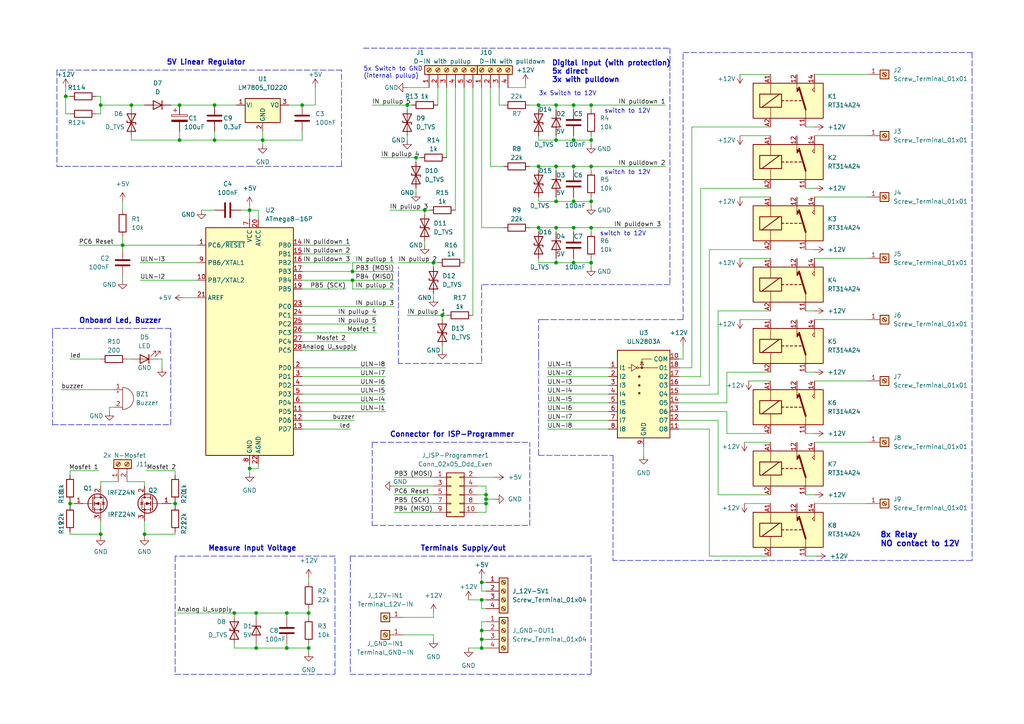
<source format=kicad_sch>
(kicad_sch (version 20211123) (generator eeschema)
  (paper "A4")
  (junction (at 166.37 30.48))
  (junction (at 102.235 78.74))
  (junction (at 166.37 40.64))
  (junction (at 139.7 173.99))
  (junction (at 76.2 40.64))
  (junction (at 139.7 182.88))
  (junction (at 171.45 30.48))
  (junction (at 171.45 58.42))
  (junction (at 161.29 76.2))
  (junction (at 171.45 76.2))
  (junction (at 87.63 30.48))
  (junction (at 118.11 30.48))
  (junction (at 128.27 91.44))
  (junction (at 83.185 187.96))
  (junction (at 41.91 154.94))
  (junction (at 89.535 187.96))
  (junction (at 156.21 48.26))
  (junction (at 166.37 58.42))
  (junction (at 140.97 146.05))
  (junction (at 20.32 146.05))
  (junction (at 74.295 177.8))
  (junction (at 161.29 40.64))
  (junction (at 50.8 146.05))
  (junction (at 29.21 30.48))
  (junction (at 161.29 48.26))
  (junction (at 161.29 30.48))
  (junction (at 120.65 45.72))
  (junction (at 83.185 177.8))
  (junction (at 171.45 66.04))
  (junction (at 19.05 27.94))
  (junction (at 62.23 30.48))
  (junction (at 139.7 185.42))
  (junction (at 67.945 177.8))
  (junction (at 156.21 30.48))
  (junction (at 171.45 48.26))
  (junction (at 156.21 66.04))
  (junction (at 139.7 187.96))
  (junction (at 161.29 58.42))
  (junction (at 74.295 187.96))
  (junction (at 125.73 76.2))
  (junction (at 166.37 66.04))
  (junction (at 52.07 40.64))
  (junction (at 89.535 177.8))
  (junction (at 171.45 40.64))
  (junction (at 161.29 66.04))
  (junction (at 38.1 30.48))
  (junction (at 62.23 40.64))
  (junction (at 140.97 143.51))
  (junction (at 72.39 135.89))
  (junction (at 52.07 30.48))
  (junction (at 139.7 168.91))
  (junction (at 102.235 81.28))
  (junction (at 166.37 48.26))
  (junction (at 166.37 76.2))
  (junction (at 140.97 144.78))
  (junction (at 35.56 71.12))
  (junction (at 123.19 60.96))
  (junction (at 72.39 60.96))
  (junction (at 29.21 154.94))
  (wire (pts (xy 156.21 48.26) (xy 161.29 48.26)))
  (wire (pts (xy 91.44 30.48) (xy 87.63 30.48)))
  (wire (pts (xy 89.535 177.8) (xy 89.535 179.07)))
  (wire (pts (xy 87.63 88.9) (xy 114.3 88.9)))
  (wire (pts (xy 233.68 36.83) (xy 236.22 36.83)))
  (wire (pts (xy 171.45 30.48) (xy 171.45 31.75)))
  (wire (pts (xy 38.1 39.37) (xy 38.1 40.64)))
  (wire (pts (xy 161.29 66.04) (xy 166.37 66.04)))
  (wire (pts (xy 166.37 66.04) (xy 171.45 66.04)))
  (wire (pts (xy 125.73 184.15) (xy 125.73 185.42)))
  (wire (pts (xy 123.19 62.23) (xy 123.19 60.96)))
  (wire (pts (xy 38.1 40.64) (xy 52.07 40.64)))
  (wire (pts (xy 40.64 81.28) (xy 57.15 81.28)))
  (wire (pts (xy 50.8 146.05) (xy 49.53 146.05)))
  (wire (pts (xy 58.42 60.96) (xy 62.23 60.96)))
  (wire (pts (xy 35.56 58.42) (xy 35.56 60.96)))
  (wire (pts (xy 50.8 154.305) (xy 50.8 154.94)))
  (polyline (pts (xy 115.57 105.41) (xy 115.57 77.47)))
  (wire (pts (xy 140.97 187.96) (xy 139.7 187.96)))
  (wire (pts (xy 139.7 171.45) (xy 139.7 168.91)))
  (wire (pts (xy 200.66 106.68) (xy 200.66 36.83)))
  (wire (pts (xy 214.63 74.93) (xy 223.52 74.93)))
  (wire (pts (xy 87.63 96.52) (xy 109.22 96.52)))
  (wire (pts (xy 171.45 48.26) (xy 171.45 49.53)))
  (wire (pts (xy 217.17 110.49) (xy 223.52 110.49)))
  (wire (pts (xy 161.29 58.42) (xy 166.37 58.42)))
  (wire (pts (xy 31.75 118.11) (xy 33.02 118.11)))
  (wire (pts (xy 140.97 140.97) (xy 140.97 143.51)))
  (wire (pts (xy 102.235 81.28) (xy 102.235 83.82)))
  (wire (pts (xy 140.97 144.78) (xy 140.97 143.51)))
  (wire (pts (xy 214.63 39.37) (xy 223.52 39.37)))
  (wire (pts (xy 158.75 114.3) (xy 176.53 114.3)))
  (wire (pts (xy 236.22 110.49) (xy 251.46 110.49)))
  (wire (pts (xy 87.63 83.82) (xy 100.33 83.82)))
  (wire (pts (xy 233.68 90.17) (xy 236.22 90.17)))
  (wire (pts (xy 62.23 40.64) (xy 76.2 40.64)))
  (wire (pts (xy 205.74 161.29) (xy 223.52 161.29)))
  (polyline (pts (xy 156.21 102.87) (xy 156.21 132.08)))
  (wire (pts (xy 45.72 104.14) (xy 46.99 104.14)))
  (wire (pts (xy 203.2 54.61) (xy 223.52 54.61)))
  (wire (pts (xy 166.37 66.04) (xy 166.37 67.31)))
  (wire (pts (xy 161.29 40.64) (xy 166.37 40.64)))
  (wire (pts (xy 35.56 80.01) (xy 35.56 81.28)))
  (polyline (pts (xy 198.12 15.24) (xy 281.94 15.24)))
  (wire (pts (xy 140.97 146.05) (xy 140.97 144.78)))
  (wire (pts (xy 236.22 74.93) (xy 251.46 74.93)))
  (wire (pts (xy 74.295 186.69) (xy 74.295 187.96)))
  (wire (pts (xy 142.24 48.26) (xy 146.05 48.26)))
  (wire (pts (xy 214.63 57.15) (xy 223.52 57.15)))
  (wire (pts (xy 114.3 138.43) (xy 125.73 138.43)))
  (wire (pts (xy 120.65 46.99) (xy 120.65 45.72)))
  (wire (pts (xy 20.32 154.305) (xy 20.32 154.94)))
  (wire (pts (xy 29.21 33.02) (xy 29.21 30.48)))
  (wire (pts (xy 120.65 54.61) (xy 120.65 55.88)))
  (wire (pts (xy 156.21 30.48) (xy 156.21 31.75)))
  (wire (pts (xy 161.29 76.2) (xy 166.37 76.2)))
  (wire (pts (xy 139.7 185.42) (xy 140.97 185.42)))
  (wire (pts (xy 27.94 33.02) (xy 29.21 33.02)))
  (wire (pts (xy 140.97 148.59) (xy 140.97 146.05)))
  (wire (pts (xy 52.07 30.48) (xy 62.23 30.48)))
  (wire (pts (xy 186.69 129.54) (xy 186.69 132.08)))
  (wire (pts (xy 156.21 76.2) (xy 161.29 76.2)))
  (wire (pts (xy 140.97 144.78) (xy 143.51 144.78)))
  (wire (pts (xy 166.37 58.42) (xy 171.45 58.42)))
  (wire (pts (xy 29.21 151.13) (xy 29.21 154.94)))
  (wire (pts (xy 87.63 114.3) (xy 111.76 114.3)))
  (wire (pts (xy 74.93 63.5) (xy 74.93 60.96)))
  (wire (pts (xy 196.85 106.68) (xy 200.66 106.68)))
  (wire (pts (xy 153.67 48.26) (xy 156.21 48.26)))
  (wire (pts (xy 87.63 38.1) (xy 87.63 40.64)))
  (polyline (pts (xy 156.21 92.71) (xy 157.48 92.71)))
  (wire (pts (xy 138.43 146.05) (xy 140.97 146.05)))
  (wire (pts (xy 52.07 38.1) (xy 52.07 40.64)))
  (polyline (pts (xy 281.94 162.56) (xy 177.8 162.56)))
  (polyline (pts (xy 97.155 195.58) (xy 97.155 161.29)))
  (wire (pts (xy 41.91 151.13) (xy 41.91 154.94)))
  (wire (pts (xy 138.43 140.97) (xy 140.97 140.97)))
  (wire (pts (xy 19.05 27.94) (xy 20.32 27.94)))
  (wire (pts (xy 161.29 58.42) (xy 161.29 57.15)))
  (wire (pts (xy 139.7 173.99) (xy 135.89 173.99)))
  (polyline (pts (xy 194.31 13.97) (xy 194.31 16.51)))
  (polyline (pts (xy 16.51 48.26) (xy 72.39 48.26)))
  (wire (pts (xy 166.37 76.2) (xy 166.37 74.93)))
  (wire (pts (xy 76.2 40.64) (xy 87.63 40.64)))
  (wire (pts (xy 102.235 81.28) (xy 114.3 81.28)))
  (wire (pts (xy 51.435 177.8) (xy 67.945 177.8)))
  (wire (pts (xy 53.34 86.36) (xy 57.15 86.36)))
  (wire (pts (xy 87.63 111.76) (xy 111.76 111.76)))
  (wire (pts (xy 67.945 187.96) (xy 74.295 187.96)))
  (polyline (pts (xy 15.24 95.25) (xy 15.24 96.52)))
  (wire (pts (xy 118.11 30.48) (xy 119.38 30.48)))
  (polyline (pts (xy 281.94 15.24) (xy 281.94 20.32)))
  (wire (pts (xy 161.29 66.04) (xy 161.29 67.31)))
  (wire (pts (xy 107.95 30.48) (xy 118.11 30.48)))
  (wire (pts (xy 29.21 140.97) (xy 29.21 139.7)))
  (wire (pts (xy 144.78 25.4) (xy 144.78 30.48)))
  (wire (pts (xy 50.8 154.94) (xy 41.91 154.94)))
  (wire (pts (xy 215.9 128.27) (xy 223.52 128.27)))
  (wire (pts (xy 208.28 143.51) (xy 223.52 143.51)))
  (polyline (pts (xy 15.24 123.19) (xy 49.53 123.19)))
  (wire (pts (xy 156.21 74.93) (xy 156.21 76.2)))
  (wire (pts (xy 87.63 71.12) (xy 101.6 71.12)))
  (wire (pts (xy 166.37 76.2) (xy 171.45 76.2)))
  (wire (pts (xy 158.75 111.76) (xy 176.53 111.76)))
  (wire (pts (xy 102.235 76.2) (xy 102.235 78.74)))
  (wire (pts (xy 205.74 111.76) (xy 205.74 72.39)))
  (wire (pts (xy 158.75 124.46) (xy 176.53 124.46)))
  (wire (pts (xy 138.43 148.59) (xy 140.97 148.59)))
  (wire (pts (xy 171.45 48.26) (xy 193.04 48.26)))
  (wire (pts (xy 87.63 81.28) (xy 102.235 81.28)))
  (wire (pts (xy 139.7 185.42) (xy 139.7 182.88)))
  (wire (pts (xy 125.73 77.47) (xy 125.73 76.2)))
  (wire (pts (xy 67.945 177.8) (xy 74.295 177.8)))
  (wire (pts (xy 125.73 76.2) (xy 127 76.2)))
  (wire (pts (xy 196.85 109.22) (xy 203.2 109.22)))
  (polyline (pts (xy 153.67 152.4) (xy 153.67 128.27)))
  (wire (pts (xy 46.99 104.14) (xy 46.99 106.68)))
  (wire (pts (xy 171.45 66.04) (xy 191.77 66.04)))
  (wire (pts (xy 87.63 76.2) (xy 101.6 76.2)))
  (wire (pts (xy 138.43 138.43) (xy 143.51 138.43)))
  (wire (pts (xy 214.63 21.59) (xy 223.52 21.59)))
  (wire (pts (xy 20.32 104.14) (xy 29.21 104.14)))
  (wire (pts (xy 87.63 78.74) (xy 102.235 78.74)))
  (wire (pts (xy 20.32 145.415) (xy 20.32 146.05)))
  (wire (pts (xy 91.44 25.4) (xy 91.44 30.48)))
  (wire (pts (xy 208.28 90.17) (xy 208.28 114.3)))
  (wire (pts (xy 158.75 109.22) (xy 176.53 109.22)))
  (wire (pts (xy 62.23 38.1) (xy 62.23 40.64)))
  (wire (pts (xy 171.45 30.48) (xy 193.04 30.48)))
  (wire (pts (xy 166.37 40.64) (xy 166.37 39.37)))
  (wire (pts (xy 102.235 78.74) (xy 114.3 78.74)))
  (wire (pts (xy 161.29 30.48) (xy 166.37 30.48)))
  (wire (pts (xy 214.63 92.71) (xy 223.52 92.71)))
  (wire (pts (xy 198.12 100.33) (xy 198.12 104.14)))
  (wire (pts (xy 110.49 45.72) (xy 120.65 45.72)))
  (wire (pts (xy 139.7 180.34) (xy 139.7 182.88)))
  (polyline (pts (xy 107.95 152.4) (xy 153.67 152.4)))
  (polyline (pts (xy 105.41 13.97) (xy 194.31 13.97)))
  (wire (pts (xy 236.22 128.27) (xy 251.46 128.27)))
  (wire (pts (xy 72.39 60.96) (xy 72.39 63.5)))
  (wire (pts (xy 233.68 125.73) (xy 236.22 125.73)))
  (polyline (pts (xy 107.95 128.27) (xy 107.95 152.4)))
  (wire (pts (xy 29.21 154.94) (xy 29.21 155.575)))
  (wire (pts (xy 138.43 143.51) (xy 140.97 143.51)))
  (wire (pts (xy 139.7 168.91) (xy 140.97 168.91)))
  (wire (pts (xy 35.56 71.12) (xy 57.15 71.12)))
  (wire (pts (xy 158.75 106.68) (xy 176.53 106.68)))
  (polyline (pts (xy 101.6 161.29) (xy 171.45 161.29)))
  (wire (pts (xy 114.3 140.97) (xy 125.73 140.97)))
  (wire (pts (xy 67.945 186.69) (xy 67.945 187.96)))
  (wire (pts (xy 89.535 187.96) (xy 89.535 189.23)))
  (wire (pts (xy 236.22 57.15) (xy 251.46 57.15)))
  (wire (pts (xy 42.545 136.525) (xy 50.8 136.525)))
  (wire (pts (xy 152.4 25.4) (xy 147.32 25.4)))
  (wire (pts (xy 166.37 40.64) (xy 171.45 40.64)))
  (polyline (pts (xy 157.48 92.71) (xy 198.12 92.71)))
  (polyline (pts (xy 194.31 82.55) (xy 139.7 82.55)))
  (wire (pts (xy 153.67 30.48) (xy 156.21 30.48)))
  (wire (pts (xy 135.89 187.96) (xy 139.7 187.96)))
  (polyline (pts (xy 99.06 20.32) (xy 16.51 20.32)))
  (wire (pts (xy 89.535 186.69) (xy 89.535 187.96)))
  (wire (pts (xy 50.8 136.525) (xy 50.8 137.795)))
  (polyline (pts (xy 139.7 82.55) (xy 139.7 105.41)))
  (wire (pts (xy 74.93 134.62) (xy 74.93 135.89)))
  (polyline (pts (xy 101.6 161.29) (xy 101.6 195.58)))
  (wire (pts (xy 50.8 146.05) (xy 50.8 146.685)))
  (polyline (pts (xy 156.21 132.08) (xy 177.8 132.08)))
  (wire (pts (xy 139.7 173.99) (xy 140.97 173.99)))
  (wire (pts (xy 156.21 30.48) (xy 161.29 30.48)))
  (wire (pts (xy 196.85 124.46) (xy 205.74 124.46)))
  (wire (pts (xy 115.57 76.2) (xy 125.73 76.2)))
  (polyline (pts (xy 50.8 161.29) (xy 50.8 195.58)))
  (wire (pts (xy 87.63 93.98) (xy 109.22 93.98)))
  (wire (pts (xy 89.535 167.64) (xy 89.535 168.91)))
  (wire (pts (xy 83.185 187.96) (xy 89.535 187.96)))
  (polyline (pts (xy 89.535 195.58) (xy 97.155 195.58)))
  (wire (pts (xy 87.63 73.66) (xy 101.6 73.66)))
  (wire (pts (xy 49.53 30.48) (xy 52.07 30.48)))
  (wire (pts (xy 171.45 41.91) (xy 171.45 40.64)))
  (polyline (pts (xy 15.24 96.52) (xy 15.24 123.19)))
  (wire (pts (xy 20.32 154.94) (xy 29.21 154.94)))
  (wire (pts (xy 196.85 114.3) (xy 208.28 114.3)))
  (wire (pts (xy 233.68 107.95) (xy 236.22 107.95)))
  (wire (pts (xy 171.45 77.47) (xy 171.45 76.2)))
  (wire (pts (xy 123.19 69.85) (xy 123.19 71.12)))
  (polyline (pts (xy 171.45 195.58) (xy 171.45 161.29)))
  (wire (pts (xy 156.21 40.64) (xy 161.29 40.64)))
  (wire (pts (xy 35.56 68.58) (xy 35.56 71.12)))
  (wire (pts (xy 161.29 48.26) (xy 161.29 49.53)))
  (wire (pts (xy 67.945 177.8) (xy 67.945 179.07)))
  (wire (pts (xy 69.85 60.96) (xy 72.39 60.96)))
  (wire (pts (xy 62.23 30.48) (xy 68.58 30.48)))
  (wire (pts (xy 87.63 121.92) (xy 102.87 121.92)))
  (wire (pts (xy 40.64 76.2) (xy 57.15 76.2)))
  (wire (pts (xy 200.66 36.83) (xy 223.52 36.83)))
  (wire (pts (xy 210.82 125.73) (xy 223.52 125.73)))
  (wire (pts (xy 210.82 116.84) (xy 210.82 107.95)))
  (wire (pts (xy 196.85 121.92) (xy 208.28 121.92)))
  (wire (pts (xy 139.7 25.4) (xy 139.7 66.04)))
  (wire (pts (xy 166.37 48.26) (xy 166.37 49.53)))
  (wire (pts (xy 134.62 25.4) (xy 134.62 76.2)))
  (wire (pts (xy 161.29 30.48) (xy 161.29 31.75)))
  (wire (pts (xy 156.21 57.15) (xy 156.21 58.42)))
  (wire (pts (xy 87.63 91.44) (xy 109.22 91.44)))
  (wire (pts (xy 41.91 140.97) (xy 41.91 139.7)))
  (wire (pts (xy 118.11 39.37) (xy 118.11 40.64)))
  (wire (pts (xy 171.45 58.42) (xy 171.45 57.15)))
  (wire (pts (xy 128.27 91.44) (xy 129.54 91.44)))
  (wire (pts (xy 139.7 187.96) (xy 139.7 185.42)))
  (wire (pts (xy 19.05 27.94) (xy 19.05 33.02)))
  (wire (pts (xy 17.78 113.03) (xy 33.02 113.03)))
  (wire (pts (xy 87.63 109.22) (xy 111.76 109.22)))
  (wire (pts (xy 142.24 25.4) (xy 142.24 48.26)))
  (polyline (pts (xy 50.8 195.58) (xy 89.535 195.58)))
  (wire (pts (xy 72.39 59.69) (xy 72.39 60.96)))
  (wire (pts (xy 74.93 60.96) (xy 72.39 60.96)))
  (wire (pts (xy 171.45 59.69) (xy 171.45 58.42)))
  (wire (pts (xy 20.32 33.02) (xy 19.05 33.02)))
  (polyline (pts (xy 101.6 195.58) (xy 171.45 195.58)))
  (wire (pts (xy 113.03 60.96) (xy 123.19 60.96)))
  (wire (pts (xy 137.16 25.4) (xy 137.16 91.44)))
  (wire (pts (xy 19.05 25.4) (xy 19.05 27.94)))
  (wire (pts (xy 166.37 30.48) (xy 171.45 30.48)))
  (wire (pts (xy 102.235 83.82) (xy 114.3 83.82)))
  (polyline (pts (xy 72.39 48.26) (xy 99.06 48.26)))
  (wire (pts (xy 129.54 25.4) (xy 129.54 45.72)))
  (wire (pts (xy 74.295 187.96) (xy 83.185 187.96)))
  (wire (pts (xy 171.45 66.04) (xy 171.45 67.31)))
  (wire (pts (xy 139.7 66.04) (xy 146.05 66.04)))
  (wire (pts (xy 20.32 146.05) (xy 20.32 146.685)))
  (wire (pts (xy 83.82 30.48) (xy 87.63 30.48)))
  (wire (pts (xy 20.32 136.525) (xy 20.32 137.795)))
  (wire (pts (xy 205.74 72.39) (xy 223.52 72.39)))
  (wire (pts (xy 208.28 90.17) (xy 223.52 90.17)))
  (polyline (pts (xy 156.21 102.87) (xy 156.21 92.71)))
  (wire (pts (xy 156.21 40.64) (xy 156.21 39.37)))
  (wire (pts (xy 76.2 38.1) (xy 76.2 40.64)))
  (wire (pts (xy 171.45 40.64) (xy 171.45 39.37)))
  (wire (pts (xy 144.78 30.48) (xy 146.05 30.48)))
  (wire (pts (xy 123.19 60.96) (xy 124.46 60.96)))
  (wire (pts (xy 76.2 40.64) (xy 76.2 41.91)))
  (wire (pts (xy 152.4 24.13) (xy 152.4 25.4)))
  (wire (pts (xy 128.27 100.33) (xy 128.27 101.6)))
  (wire (pts (xy 38.1 30.48) (xy 41.91 30.48)))
  (wire (pts (xy 156.21 48.26) (xy 156.21 49.53)))
  (wire (pts (xy 132.08 25.4) (xy 132.08 60.96)))
  (wire (pts (xy 236.22 146.05) (xy 251.46 146.05)))
  (wire (pts (xy 139.7 167.64) (xy 139.7 168.91)))
  (polyline (pts (xy 139.7 105.41) (xy 115.57 105.41)))
  (wire (pts (xy 114.3 146.05) (xy 125.73 146.05)))
  (wire (pts (xy 74.295 177.8) (xy 83.185 177.8)))
  (wire (pts (xy 87.63 101.6) (xy 103.505 101.6)))
  (wire (pts (xy 41.91 139.7) (xy 36.83 139.7)))
  (wire (pts (xy 140.97 171.45) (xy 139.7 171.45)))
  (wire (pts (xy 83.185 177.8) (xy 89.535 177.8)))
  (wire (pts (xy 72.39 134.62) (xy 72.39 135.89)))
  (wire (pts (xy 20.32 146.05) (xy 21.59 146.05)))
  (wire (pts (xy 52.07 40.64) (xy 62.23 40.64)))
  (wire (pts (xy 233.68 161.29) (xy 236.855 161.29)))
  (wire (pts (xy 236.22 21.59) (xy 251.46 21.59)))
  (wire (pts (xy 72.39 135.89) (xy 72.39 137.16)))
  (wire (pts (xy 210.82 119.38) (xy 210.82 125.73)))
  (wire (pts (xy 118.11 91.44) (xy 128.27 91.44)))
  (wire (pts (xy 83.185 177.8) (xy 83.185 179.07)))
  (wire (pts (xy 208.28 121.92) (xy 208.28 143.51)))
  (wire (pts (xy 233.68 54.61) (xy 236.22 54.61)))
  (wire (pts (xy 161.29 76.2) (xy 161.29 74.93)))
  (wire (pts (xy 27.94 27.94) (xy 29.21 27.94)))
  (wire (pts (xy 161.29 40.64) (xy 161.29 39.37)))
  (wire (pts (xy 87.63 106.68) (xy 111.76 106.68)))
  (wire (pts (xy 233.68 143.51) (xy 236.22 143.51)))
  (wire (pts (xy 236.22 92.71) (xy 251.46 92.71)))
  (wire (pts (xy 196.85 116.84) (xy 210.82 116.84)))
  (polyline (pts (xy 198.12 92.71) (xy 198.12 15.24)))
  (wire (pts (xy 128.27 92.71) (xy 128.27 91.44)))
  (wire (pts (xy 233.68 72.39) (xy 236.22 72.39)))
  (wire (pts (xy 171.45 76.2) (xy 171.45 74.93)))
  (wire (pts (xy 140.97 180.34) (xy 139.7 180.34)))
  (wire (pts (xy 198.12 104.14) (xy 196.85 104.14)))
  (wire (pts (xy 196.85 111.76) (xy 205.74 111.76)))
  (wire (pts (xy 118.11 31.75) (xy 118.11 30.48)))
  (wire (pts (xy 156.21 66.04) (xy 161.29 66.04)))
  (wire (pts (xy 29.21 30.48) (xy 38.1 30.48)))
  (wire (pts (xy 166.37 48.26) (xy 171.45 48.26)))
  (wire (pts (xy 125.73 85.09) (xy 125.73 86.36)))
  (wire (pts (xy 28.575 136.525) (xy 20.32 136.525)))
  (wire (pts (xy 125.73 179.07) (xy 125.73 177.8)))
  (wire (pts (xy 22.86 71.12) (xy 35.56 71.12)))
  (wire (pts (xy 31.75 119.38) (xy 31.75 118.11)))
  (polyline (pts (xy 107.95 128.27) (xy 153.67 128.27)))
  (wire (pts (xy 74.295 177.8) (xy 74.295 179.07)))
  (wire (pts (xy 161.29 48.26) (xy 166.37 48.26)))
  (polyline (pts (xy 99.06 48.26) (xy 99.06 20.32)))
  (wire (pts (xy 140.97 176.53) (xy 139.7 176.53)))
  (wire (pts (xy 153.67 66.04) (xy 156.21 66.04)))
  (wire (pts (xy 35.56 71.12) (xy 35.56 72.39)))
  (wire (pts (xy 38.1 30.48) (xy 38.1 31.75)))
  (wire (pts (xy 158.75 116.84) (xy 176.53 116.84)))
  (wire (pts (xy 50.8 145.415) (xy 50.8 146.05)))
  (wire (pts (xy 158.75 119.38) (xy 176.53 119.38)))
  (wire (pts (xy 83.185 186.69) (xy 83.185 187.96)))
  (wire (pts (xy 203.2 109.22) (xy 203.2 54.61)))
  (wire (pts (xy 114.3 148.59) (xy 125.73 148.59)))
  (wire (pts (xy 87.63 99.06) (xy 100.33 99.06)))
  (polyline (pts (xy 177.8 132.08) (xy 177.8 162.56)))
  (wire (pts (xy 127 25.4) (xy 127 30.48)))
  (polyline (pts (xy 16.51 20.32) (xy 16.51 48.26)))
  (wire (pts (xy 87.63 119.38) (xy 111.76 119.38)))
  (wire (pts (xy 87.63 124.46) (xy 101.6 124.46)))
  (wire (pts (xy 116.84 179.07) (xy 125.73 179.07)))
  (wire (pts (xy 205.74 124.46) (xy 205.74 161.29)))
  (wire (pts (xy 156.21 66.04) (xy 156.21 67.31)))
  (polyline (pts (xy 97.155 161.29) (xy 50.8 161.29)))
  (wire (pts (xy 236.22 39.37) (xy 251.46 39.37)))
  (wire (pts (xy 116.84 184.15) (xy 125.73 184.15)))
  (wire (pts (xy 139.7 176.53) (xy 139.7 173.99)))
  (wire (pts (xy 120.65 45.72) (xy 121.92 45.72)))
  (wire (pts (xy 156.21 58.42) (xy 161.29 58.42)))
  (wire (pts (xy 166.37 58.42) (xy 166.37 57.15)))
  (polyline (pts (xy 49.53 95.25) (xy 15.24 95.25)))
  (wire (pts (xy 114.3 76.2) (xy 102.235 76.2)))
  (wire (pts (xy 215.9 146.05) (xy 223.52 146.05)))
  (wire (pts (xy 118.11 25.4) (xy 124.46 25.4)))
  (wire (pts (xy 87.63 116.84) (xy 111.76 116.84)))
  (wire (pts (xy 41.91 154.94) (xy 41.91 155.575)))
  (wire (pts (xy 114.3 143.51) (xy 125.73 143.51)))
  (wire (pts (xy 36.83 104.14) (xy 38.1 104.14)))
  (wire (pts (xy 29.21 139.7) (xy 34.29 139.7)))
  (wire (pts (xy 196.85 119.38) (xy 210.82 119.38)))
  (polyline (pts (xy 281.94 20.32) (xy 281.94 162.56)))
  (wire (pts (xy 89.535 176.53) (xy 89.535 177.8)))
  (wire (pts (xy 210.82 107.95) (xy 223.52 107.95)))
  (polyline (pts (xy 49.53 123.19) (xy 49.53 95.25)))
  (wire (pts (xy 139.7 182.88) (xy 140.97 182.88)))
  (wire (pts (xy 166.37 30.48) (xy 166.37 31.75)))
  (wire (pts (xy 74.93 135.89) (xy 72.39 135.89)))
  (wire (pts (xy 29.21 27.94) (xy 29.21 30.48)))
  (wire (pts (xy 158.75 121.92) (xy 176.53 121.92)))
  (polyline (pts (xy 194.31 16.51) (xy 194.31 82.55)))
  (text "switch to 12V" (at 175.26 50.8 0) (effects (font (size 1.27 1.27)) (justify left bottom)))
  (text "Measure Input Voltage" (at 60.325 160.02 0) (effects (font (size 1.5 1.5) bold) (justify left bottom)))
  (text "switch to 12V" (at 175.26 33.02 0) (effects (font (size 1.27 1.27)) (justify left bottom)))
  (text "5x Switch to GND\n(internal pullup)\n" (at 105.41 22.86 0) (effects (font (size 1.27 1.27)) (justify left bottom)))
  (text "Onboard Led, Buzzer" (at 22.86 93.98 0) (effects (font (size 1.5 1.5) (thickness 0.3) bold) (justify left bottom)))
  (text "Terminals Supply/out" (at 121.92 160.02 0) (effects (font (size 1.5 1.5) (thickness 0.3) bold) (justify left bottom)))
  (text "Digital Input (with protection)\n5x direct\n3x with pulldown" (at 160.02 24.13 0) (effects (font (size 1.5 1.5) bold) (justify left bottom)))
  (text "switch to 12V" (at 173.99 68.58 0) (effects (font (size 1.27 1.27)) (justify left bottom)))
  (text "8x Relay\nNO contact to 12V" (at 255.27 158.75 0) (effects (font (size 1.6 1.6) bold) (justify left bottom)))
  (text "5V Linear Regulator" (at 48.26 19.05 0) (effects (font (size 1.5 1.5) bold) (justify left bottom)))
  (text "3x Switch to 12V" (at 156.21 27.94 0) (effects (font (size 1.27 1.27)) (justify left bottom)))
  (text "Connector for ISP-Programmer" (at 113.03 127 0) (effects (font (size 1.5 1.5) (thickness 0.3) bold) (justify left bottom)))
  (label "ULN-I7" (at 158.75 121.92 0))
  (label "PB3 (MOSI)" (at 114.3 78.74 180))
  (label "PC6 Reset" (at 22.86 71.12 0))
  (label "Mosfet 1" (at 28.575 136.525 180))
  (label "IN pullup 2" (at 114.3 83.82 180))
  (label "Mosfet 1" (at 109.22 96.52 180))
  (label "PB4 (MISO)" (at 114.3 148.59 0))
  (label "ULN-I6" (at 158.75 119.38 0))
  (label "IN pullup 5" (at 109.22 93.98 180))
  (label "IN pullup 4" (at 110.49 45.72 0))
  (label "ULN-I6" (at 111.76 111.76 180))
  (label "PB4 (MISO)" (at 114.3 81.28 180))
  (label "PB5 (SCK)" (at 114.3 146.05 0))
  (label "IN pulldown 3" (at 191.77 66.04 180))
  (label "IN pullup 1" (at 114.3 76.2 180))
  (label "ULN-I7" (at 111.76 109.22 180))
  (label "led" (at 20.32 104.14 0))
  (label "ULN-I5" (at 158.75 116.84 0))
  (label "IN pullup 3" (at 114.3 88.9 180))
  (label "ULN-I1" (at 111.76 119.38 180))
  (label "Analog U_supply" (at 103.505 101.6 180))
  (label "IN pulldown 2" (at 193.04 48.26 180))
  (label "ULN-I1" (at 158.75 106.68 0))
  (label "led" (at 101.6 124.46 180))
  (label "ULN-I2" (at 40.64 81.28 0))
  (label "IN pulldown 1" (at 193.04 30.48 180))
  (label "IN pullup 1" (at 118.11 91.44 0))
  (label "Mosfet 2" (at 42.545 136.525 0))
  (label "PC6 Reset" (at 114.3 143.51 0))
  (label "Analog U_supply" (at 51.435 177.8 0))
  (label "IN pullup 3" (at 113.03 60.96 0))
  (label "IN pullup 5" (at 107.95 30.48 0))
  (label "ULN-I3" (at 40.64 76.2 0))
  (label "PB5 (SCK)" (at 100.33 83.82 180))
  (label "IN pullup 4" (at 109.22 91.44 180))
  (label "buzzer" (at 17.78 113.03 0))
  (label "Mosfet 2" (at 100.33 99.06 180))
  (label "buzzer" (at 102.87 121.92 180))
  (label "ULN-I8" (at 111.76 106.68 180))
  (label "PB3 (MOSI)" (at 114.3 138.43 0))
  (label "IN pulldown 1" (at 101.6 71.12 180))
  (label "ULN-I5" (at 111.76 114.3 180))
  (label "ULN-I3" (at 158.75 111.76 0))
  (label "ULN-I2" (at 158.75 109.22 0))
  (label "IN pulldown 3" (at 101.6 76.2 180))
  (label "IN pullup 2" (at 115.57 76.2 0))
  (label "ULN-I4" (at 111.76 116.84 180))
  (label "ULN-I8" (at 158.75 124.46 0))
  (label "IN pulldown 2" (at 101.6 73.66 180))
  (label "ULN-I4" (at 158.75 114.3 0))
  (symbol (lib_id "power:GND") (at 118.11 25.4 270) (unit 1)
    (property "Reference" "#PWR0147" (effects hide))
    (property "Value" "GND" (at 115.57 25.4 90) (effects (justify right)))
  )
  (symbol (lib_id "Device:D_TVS") (at 38.1 35.56 270) (unit 1)
    (property "Reference" "D6" (at 33.02 33.02 90) (effects (justify left)))
    (property "Value" "D_TVS" (at 30.48 36.83 90) (effects (justify left)))
    (property "Footprint" "custom_footprints:my_D10_11" (effects hide))
  )
  (symbol (lib_id "power:GND") (at 31.75 119.38 0) (unit 1)
    (property "Reference" "#PWR0132" (effects hide))
    (property "Value" "GND" (at 27.94 120.65 0))
  )
  (symbol (lib_id "Connector:Screw_Terminal_01x01") (at 256.54 57.15 0) (unit 1)
    (property "Reference" "J4" (at 259.08 55.8799 0) (effects (justify left)))
    (property "Value" "Screw_Terminal_01x01" (at 259.08 58.4199 0) (effects (justify left)))
    (property "Footprint" "custom_footprints:my_KlemmeWago2604-single" (effects hide))
  )
  (symbol (lib_id "Device:R") (at 35.56 64.77 0) (mirror y) (unit 1)
    (property "Reference" "R1" (at 38.1 63.4999 0) (effects (justify right)))
    (property "Value" "10k" (at 38.1 66.0399 0) (effects (justify right)))
    (property "Footprint" "custom_footprints:my_R15-long" (effects hide))
  )
  (symbol (lib_id "power:+5V") (at 143.51 138.43 270) (unit 1)
    (property "Reference" "#PWR0122" (effects hide))
    (property "Value" "+5V" (at 147.32 138.4299 90) (effects (justify left)))
  )
  (symbol (lib_id "Transistor_FET:IRF540N") (at 44.45 146.05 0) (mirror y) (unit 1)
    (property "Reference" "Q2" (at 45.72 142.24 0) (effects (justify left)))
    (property "Value" "IRFZ24N" (at 39.37 149.225 0) (effects (justify left)))
    (property "Footprint" "Package_TO_SOT_THT:TO-220-3_Vertical" (effects hide))
    (property "Datasheet" "http://www.irf.com/product-info/datasheets/data/irf540n.pdf" (effects hide))
  )
  (symbol (lib_id "Device:D_Zener") (at 161.29 35.56 270) (unit 1)
    (property "Reference" "D2" (at 161.29 33.02 90) (effects (justify left)))
    (property "Value" "5V" (at 161.29 38.1 90) (effects (justify left)))
    (property "Footprint" "custom_footprints:my_D10_11" (effects hide))
  )
  (symbol (lib_id "power:+12V") (at 214.63 74.93 0) (mirror x) (unit 1)
    (property "Reference" "#PWR0108" (effects hide))
    (property "Value" "+12V" (at 213.36 76.2 0) (effects (justify right)))
  )
  (symbol (lib_id "power:GND") (at 128.27 101.6 0) (mirror y) (unit 1)
    (property "Reference" "#PWR0145" (effects hide))
    (property "Value" "GND" (at 125.73 101.6 0))
  )
  (symbol (lib_id "power:+12V") (at 152.4 24.13 0) (unit 1)
    (property "Reference" "#PWR0148" (effects hide))
    (property "Value" "+12V" (at 152.4 20.32 0))
  )
  (symbol (lib_id "Connector:Screw_Terminal_01x01") (at 256.54 128.27 0) (unit 1)
    (property "Reference" "J8" (at 259.08 126.9999 0) (effects (justify left)))
    (property "Value" "Screw_Terminal_01x01" (at 259.08 129.5399 0) (effects (justify left)))
    (property "Footprint" "custom_footprints:my_KlemmeWago2604-single" (effects hide))
  )
  (symbol (lib_id "Connector:Screw_Terminal_01x04") (at 146.05 182.88 0) (unit 1)
    (property "Reference" "J_GND-OUT1" (at 148.59 182.8799 0) (effects (justify left)))
    (property "Value" "Screw_Terminal_01x04" (at 148.59 185.4199 0) (effects (justify left)))
    (property "Footprint" "TerminalBlock_WAGO:TerminalBlock_WAGO_236-404_1x04_P5.00mm_45Degree" (effects hide))
  )
  (symbol (lib_id "Device:LED") (at 41.91 104.14 180) (unit 1)
    (property "Reference" "D5" (at 41.91 97.79 0))
    (property "Value" "LED" (at 41.91 100.33 0))
    (property "Footprint" "LED_THT:LED_D3.0mm" (effects hide))
  )
  (symbol (lib_id "Device:R") (at 149.86 66.04 90) (unit 1)
    (property "Reference" "R9" (at 149.86 60.96 90))
    (property "Value" "22k" (at 149.86 63.5 90))
    (property "Footprint" "custom_footprints:my_R10" (effects hide))
  )
  (symbol (lib_id "Device:D_TVS") (at 123.19 66.04 90) (unit 1)
    (property "Reference" "D11" (at 125.73 64.7699 90) (effects (justify right)))
    (property "Value" "D_TVS" (at 125.73 67.3099 90) (effects (justify right)))
    (property "Footprint" "custom_footprints:my_D10_11" (effects hide))
  )
  (symbol (lib_id "power:GND") (at 171.45 77.47 0) (mirror y) (unit 1)
    (property "Reference" "#PWR0115" (effects hide))
    (property "Value" "GND" (at 175.26 78.74 0))
  )
  (symbol (lib_id "Device:R") (at 149.86 48.26 90) (unit 1)
    (property "Reference" "R8" (at 149.86 43.18 90))
    (property "Value" "22k" (at 149.86 45.72 90))
    (property "Footprint" "custom_footprints:my_R10" (effects hide))
  )
  (symbol (lib_id "power:+12V") (at 236.22 54.61 270) (unit 1)
    (property "Reference" "#PWR0118" (effects hide))
    (property "Value" "+12V" (at 240.03 54.6099 90) (effects (justify left)))
  )
  (symbol (lib_id "power:GND") (at 123.19 71.12 0) (mirror y) (unit 1)
    (property "Reference" "#PWR0128" (effects hide))
    (property "Value" "GND" (at 120.65 71.12 0))
  )
  (symbol (lib_id "Transistor_FET:IRF540N") (at 26.67 146.05 0) (unit 1)
    (property "Reference" "Q1" (at 24.13 141.605 0) (effects (justify left)))
    (property "Value" "IRFZ24N" (at 31.115 142.875 0) (effects (justify left)))
    (property "Footprint" "Package_TO_SOT_THT:TO-220-3_Vertical" (effects hide))
    (property "Datasheet" "http://www.irf.com/product-info/datasheets/data/irf540n.pdf" (effects hide))
  )
  (symbol (lib_id "Relay:RT314A24") (at 228.6 46.99 0) (unit 1)
    (property "Reference" "K2" (at 240.03 45.7199 0) (effects (justify left)))
    (property "Value" "RT314A24" (at 240.03 48.2599 0) (effects (justify left)))
    (property "Footprint" "Relay_THT:Relay_SPDT_Schrack-RT1-16A-FormC_RM5mm" (effects hide))
    (property "Datasheet" "https://www.te.com/commerce/DocumentDelivery/DDEController?Action=srchrtrv&DocNm=RT1_bistable&DocType=DS&DocLang=English" (effects hide))
  )
  (symbol (lib_id "Device:R") (at 33.02 104.14 90) (unit 1)
    (property "Reference" "R10" (at 33.02 99.06 90))
    (property "Value" "200" (at 33.02 101.6 90))
    (property "Footprint" "custom_footprints:my_R10" (effects hide))
  )
  (symbol (lib_id "power:+12V") (at 236.22 143.51 270) (unit 1)
    (property "Reference" "#PWR0103" (effects hide))
    (property "Value" "+12V" (at 240.03 143.5099 90) (effects (justify left)))
  )
  (symbol (lib_id "power:GND") (at 58.42 60.96 0) (unit 1)
    (property "Reference" "#PWR0127" (effects hide))
    (property "Value" "GND" (at 54.61 62.23 0))
  )
  (symbol (lib_id "Device:Buzzer") (at 35.56 115.57 0) (unit 1)
    (property "Reference" "BZ1" (at 39.37 114.2999 0) (effects (justify left)))
    (property "Value" "Buzzer" (at 39.37 116.8399 0) (effects (justify left)))
    (property "Footprint" "Buzzer_Beeper:Buzzer_12x9.5RM7.6" (effects hide))
  )
  (symbol (lib_id "Relay:RT314A24") (at 228.6 29.21 0) (unit 1)
    (property "Reference" "K1" (at 240.03 27.9399 0) (effects (justify left)))
    (property "Value" "RT314A24" (at 240.03 30.4799 0) (effects (justify left)))
    (property "Footprint" "Relay_THT:Relay_SPDT_Schrack-RT1-16A-FormC_RM5mm" (effects hide))
    (property "Datasheet" "https://www.te.com/commerce/DocumentDelivery/DDEController?Action=srchrtrv&DocNm=RT1_bistable&DocType=DS&DocLang=English" (effects hide))
  )
  (symbol (lib_id "power:GND") (at 135.89 187.96 0) (unit 1)
    (property "Reference" "#PWR0140" (effects hide))
    (property "Value" "GND" (at 135.89 193.04 0))
  )
  (symbol (lib_id "Relay:RT314A24") (at 228.6 153.67 0) (unit 1)
    (property "Reference" "K8" (at 240.03 152.3999 0) (effects (justify left)))
    (property "Value" "RT314A24" (at 240.03 154.9399 0) (effects (justify left)))
    (property "Footprint" "Relay_THT:Relay_SPDT_Schrack-RT1-16A-FormC_RM5mm" (effects hide))
    (property "Datasheet" "https://www.te.com/commerce/DocumentDelivery/DDEController?Action=srchrtrv&DocNm=RT1_bistable&DocType=DS&DocLang=English" (effects hide))
  )
  (symbol (lib_id "power:+12V") (at 135.89 173.99 0) (unit 1)
    (property "Reference" "#PWR0143" (effects hide))
    (property "Value" "+12V" (at 135.89 170.18 0))
  )
  (symbol (lib_id "Device:D_Zener") (at 161.29 53.34 270) (unit 1)
    (property "Reference" "D3" (at 161.29 50.8 90) (effects (justify left)))
    (property "Value" "5V" (at 161.29 55.88 90) (effects (justify left)))
    (property "Footprint" "custom_footprints:my_D10_11" (effects hide))
  )
  (symbol (lib_id "power:+5V") (at 72.39 59.69 0) (unit 1)
    (property "Reference" "#PWR0133" (effects hide))
    (property "Value" "+5V" (at 72.39 54.61 0))
  )
  (symbol (lib_id "Device:R") (at 50.8 150.495 0) (mirror y) (unit 1)
    (property "Reference" "R21" (at 53.34 153.035 90))
    (property "Value" "22k" (at 53.34 150.495 90))
    (property "Footprint" "custom_footprints:my_R10" (effects hide))
  )
  (symbol (lib_id "Device:D_Zener") (at 161.29 71.12 270) (unit 1)
    (property "Reference" "D4" (at 161.29 68.58 90) (effects (justify left)))
    (property "Value" "5V" (at 161.29 73.66 90) (effects (justify left)))
    (property "Footprint" "custom_footprints:my_D10_11" (effects hide))
  )
  (symbol (lib_id "power:GND") (at 171.45 41.91 0) (mirror y) (unit 1)
    (property "Reference" "#PWR0116" (effects hide))
    (property "Value" "GND" (at 175.26 43.18 0))
  )
  (symbol (lib_id "Connector:Screw_Terminal_01x01") (at 111.76 179.07 180) (unit 1)
    (property "Reference" "J_12V-IN1" (at 111.76 172.72 0))
    (property "Value" "Terminal_12V-IN" (at 111.76 175.26 0))
    (property "Footprint" "custom_footprints:my_KlemmeWago2604-single" (effects hide))
  )
  (symbol (lib_id "Connector:Screw_Terminal_01x01") (at 256.54 74.93 0) (unit 1)
    (property "Reference" "J5" (at 259.08 73.6599 0) (effects (justify left)))
    (property "Value" "Screw_Terminal_01x01" (at 259.08 76.1999 0) (effects (justify left)))
    (property "Footprint" "custom_footprints:my_KlemmeWago2604-single" (effects hide))
  )
  (symbol (lib_id "power:GND") (at 35.56 81.28 0) (unit 1)
    (property "Reference" "#PWR0138" (effects hide))
    (property "Value" "GND" (at 31.75 82.55 0))
  )
  (symbol (lib_id "Relay:RT314A24") (at 228.6 135.89 0) (unit 1)
    (property "Reference" "K7" (at 240.03 134.6199 0) (effects (justify left)))
    (property "Value" "RT314A24" (at 240.03 137.1599 0) (effects (justify left)))
    (property "Footprint" "Relay_THT:Relay_SPDT_Schrack-RT1-16A-FormC_RM5mm" (effects hide))
    (property "Datasheet" "https://www.te.com/commerce/DocumentDelivery/DDEController?Action=srchrtrv&DocNm=RT1_bistable&DocType=DS&DocLang=English" (effects hide))
  )
  (symbol (lib_id "power:+12V") (at 236.22 90.17 270) (unit 1)
    (property "Reference" "#PWR0120" (effects hide))
    (property "Value" "+12V" (at 240.03 90.1699 90) (effects (justify left)))
  )
  (symbol (lib_id "Connector:Screw_Terminal_01x01") (at 111.76 184.15 180) (unit 1)
    (property "Reference" "J_GND-IN1" (at 111.76 186.69 0))
    (property "Value" "Terminal_GND-IN" (at 111.76 189.23 0))
    (property "Footprint" "custom_footprints:my_KlemmeWago2604-single" (effects hide))
  )
  (symbol (lib_id "Device:R") (at 24.13 33.02 270) (unit 1)
    (property "Reference" "R12" (at 21.59 35.56 90))
    (property "Value" "4" (at 24.13 35.56 90))
    (property "Footprint" "custom_footprints:my_R10" (effects hide))
  )
  (symbol (lib_id "Device:D_TVS") (at 67.945 182.88 270) (unit 1)
    (property "Reference" "D8" (at 62.865 180.34 90) (effects (justify left)))
    (property "Value" "D_TVS" (at 60.325 184.15 90) (effects (justify left)))
    (property "Footprint" "custom_footprints:my_D10_11" (effects hide))
  )
  (symbol (lib_id "power:+12V") (at 215.9 128.27 0) (mirror x) (unit 1)
    (property "Reference" "#PWR0104" (effects hide))
    (property "Value" "+12V" (at 214.63 129.54 0) (effects (justify right)))
  )
  (symbol (lib_id "power:+12V") (at 214.63 92.71 0) (mirror x) (unit 1)
    (property "Reference" "#PWR0109" (effects hide))
    (property "Value" "+12V" (at 213.36 93.98 0) (effects (justify right)))
  )
  (symbol (lib_id "power:+12V") (at 214.63 57.15 0) (mirror x) (unit 1)
    (property "Reference" "#PWR0111" (effects hide))
    (property "Value" "+12V" (at 213.36 58.42 0) (effects (justify right)))
  )
  (symbol (lib_id "power:GND") (at 72.39 137.16 0) (unit 1)
    (property "Reference" "#PWR0121" (effects hide))
    (property "Value" "GND" (at 72.39 142.24 0))
  )
  (symbol (lib_id "power:+12V") (at 217.17 110.49 0) (mirror x) (unit 1)
    (property "Reference" "#PWR0102" (effects hide))
    (property "Value" "+12V" (at 215.9 111.76 0) (effects (justify right)))
  )
  (symbol (lib_id "power:GND") (at 41.91 155.575 0) (mirror y) (unit 1)
    (property "Reference" "#PWR0150" (effects hide))
    (property "Value" "GND" (at 41.91 160.02 0))
  )
  (symbol (lib_id "Device:C") (at 66.04 60.96 90) (unit 1)
    (property "Reference" "C4" (at 66.04 53.34 90))
    (property "Value" "100nF" (at 66.04 55.88 90))
    (property "Footprint" "Capacitor_THT:C_Rect_L7.0mm_W3.5mm_P5.00mm" (effects hide))
  )
  (symbol (lib_id "power:+5V") (at 91.44 25.4 0) (unit 1)
    (property "Reference" "#PWR0130" (effects hide))
    (property "Value" "+5V" (at 91.44 21.59 0))
  )
  (symbol (lib_id "Device:C") (at 87.63 34.29 0) (unit 1)
    (property "Reference" "C3" (at 91.44 33.0199 0) (effects (justify left)))
    (property "Value" "100nF" (at 91.44 35.5599 0) (effects (justify left)))
    (property "Footprint" "Capacitor_THT:C_Rect_L7.0mm_W3.5mm_P5.00mm" (effects hide))
  )
  (symbol (lib_id "power:GND") (at 89.535 189.23 0) (unit 1)
    (property "Reference" "#PWR0135" (effects hide))
    (property "Value" "GND" (at 89.535 194.31 0))
  )
  (symbol (lib_id "power:+12V") (at 215.9 146.05 0) (mirror x) (unit 1)
    (property "Reference" "#PWR0107" (effects hide))
    (property "Value" "+12V" (at 214.63 147.32 0) (effects (justify right)))
  )
  (symbol (lib_id "Device:D_Zener") (at 74.295 182.88 270) (unit 1)
    (property "Reference" "D1" (at 70.485 181.61 90) (effects (justify left)))
    (property "Value" "5V" (at 70.485 184.15 90) (effects (justify left)))
    (property "Footprint" "custom_footprints:my_D10_11" (effects hide))
  )
  (symbol (lib_id "power:+12V") (at 89.535 167.64 0) (unit 1)
    (property "Reference" "#PWR0134" (effects hide))
    (property "Value" "+12V" (at 89.535 162.56 0))
  )
  (symbol (lib_id "power:+12V") (at 198.12 100.33 0) (unit 1)
    (property "Reference" "#PWR0113" (effects hide))
    (property "Value" "+12V" (at 196.85 96.52 0))
  )
  (symbol (lib_id "MCU_Microchip_ATmega:ATmega8-16P") (at 72.39 99.06 0) (unit 1)
    (property "Reference" "U2" (at 76.9494 60.96 0) (effects (justify left)))
    (property "Value" "ATmega8-16P" (at 76.9494 63.5 0) (effects (justify left)))
    (property "Footprint" "Package_DIP:DIP-28_W7.62mm" (effects hide))
    (property "Datasheet" "http://ww1.microchip.com/downloads/en/DeviceDoc/atmel-2486-8-bit-avr-microcontroller-atmega8_l_datasheet.pdf" (effects hide))
  )
  (symbol (lib_id "Device:R") (at 50.8 141.605 0) (mirror y) (unit 1)
    (property "Reference" "R20" (at 53.34 144.145 90))
    (property "Value" "1k" (at 53.34 141.605 90))
    (property "Footprint" "custom_footprints:my_R10" (effects hide))
  )
  (symbol (lib_id "power:GND") (at 118.11 40.64 0) (mirror y) (unit 1)
    (property "Reference" "#PWR0144" (effects hide))
    (property "Value" "GND" (at 115.57 40.64 0))
  )
  (symbol (lib_id "power:+12V") (at 236.22 72.39 270) (unit 1)
    (property "Reference" "#PWR0119" (effects hide))
    (property "Value" "+12V" (at 240.03 72.3899 90) (effects (justify left)))
  )
  (symbol (lib_id "power:GND") (at 125.73 86.36 0) (mirror y) (unit 1)
    (property "Reference" "#PWR0146" (effects hide))
    (property "Value" "GND" (at 123.19 86.36 0))
  )
  (symbol (lib_id "Connector:Screw_Terminal_01x02") (at 34.29 134.62 90) (unit 1)
    (property "Reference" "J11" (at 39.37 134.62 90) (effects (justify right)))
    (property "Value" "2x N-Mosfet" (at 29.845 132.08 90) (effects (justify right)))
    (property "Footprint" "TerminalBlock_WAGO:TerminalBlock_WAGO_236-402_1x02_P5.00mm_45Degree" (effects hide))
  )
  (symbol (lib_id "Device:R") (at 149.86 30.48 90) (unit 1)
    (property "Reference" "R7" (at 149.86 33.02 90))
    (property "Value" "22k" (at 149.86 27.94 90))
    (property "Footprint" "custom_footprints:my_R10" (effects hide))
  )
  (symbol (lib_id "Device:C") (at 62.23 34.29 0) (unit 1)
    (property "Reference" "C9" (at 64.77 34.29 0) (effects (justify left)))
    (property "Value" "0.3uF" (at 64.77 36.83 0) (effects (justify left)))
    (property "Footprint" "Capacitor_THT:C_Rect_L7.0mm_W3.5mm_P5.00mm" (effects hide))
  )
  (symbol (lib_id "power:GND") (at 143.51 144.78 90) (unit 1)
    (property "Reference" "#PWR0124" (effects hide))
    (property "Value" "GND" (at 147.32 144.7799 90) (effects (justify right)))
  )
  (symbol (lib_id "Device:D") (at 45.72 30.48 180) (unit 1)
    (property "Reference" "D7" (at 45.72 24.13 0))
    (property "Value" "D" (at 45.72 26.67 0))
    (property "Footprint" "custom_footprints:my_D10_11" (effects hide))
  )
  (symbol (lib_id "Connector:Screw_Terminal_01x01") (at 256.54 146.05 0) (unit 1)
    (property "Reference" "J9" (at 259.08 144.7799 0) (effects (justify left)))
    (property "Value" "Screw_Terminal_01x01" (at 259.08 147.3199 0) (effects (justify left)))
    (property "Footprint" "custom_footprints:my_KlemmeWago2604-single" (effects hide))
  )
  (symbol (lib_id "power:GND") (at 186.69 132.08 0) (unit 1)
    (property "Reference" "#PWR0101" (effects hide))
    (property "Value" "GND" (at 186.69 137.16 0))
  )
  (symbol (lib_id "Device:R") (at 20.32 141.605 0) (unit 1)
    (property "Reference" "R18" (at 17.78 144.145 90))
    (property "Value" "1k" (at 17.78 141.605 90))
    (property "Footprint" "custom_footprints:my_R10" (effects hide))
  )
  (symbol (lib_id "power:+5V") (at 53.34 86.36 90) (mirror x) (unit 1)
    (property "Reference" "#PWR0136" (effects hide))
    (property "Value" "+5V" (at 45.72 86.36 90) (effects (justify right)))
  )
  (symbol (lib_id "Relay:RT314A24") (at 228.6 82.55 0) (unit 1)
    (property "Reference" "K4" (at 240.03 81.2799 0) (effects (justify left)))
    (property "Value" "RT314A24" (at 240.03 83.8199 0) (effects (justify left)))
    (property "Footprint" "Relay_THT:Relay_SPDT_Schrack-RT1-16A-FormC_RM5mm" (effects hide))
    (property "Datasheet" "https://www.te.com/commerce/DocumentDelivery/DDEController?Action=srchrtrv&DocNm=RT1_bistable&DocType=DS&DocLang=English" (effects hide))
  )
  (symbol (lib_id "Device:D_TVS") (at 156.21 71.12 90) (unit 1)
    (property "Reference" "D16" (at 156.21 67.31 90) (effects (justify right)))
    (property "Value" "D_TVS" (at 153.67 77.47 90) (effects (justify right)))
    (property "Footprint" "custom_footprints:my_D10_11" (effects hide))
  )
  (symbol (lib_id "Connector:Screw_Terminal_01x01") (at 256.54 21.59 0) (unit 1)
    (property "Reference" "J2" (at 259.08 20.3199 0) (effects (justify left)))
    (property "Value" "Screw_Terminal_01x01" (at 259.08 22.8599 0) (effects (justify left)))
    (property "Footprint" "custom_footprints:my_KlemmeWago2604-single" (effects hide))
  )
  (symbol (lib_id "Device:R") (at 89.535 182.88 0) (unit 1)
    (property "Reference" "R3" (at 92.075 181.6099 0) (effects (justify left)))
    (property "Value" "10k" (at 92.075 184.1499 0) (effects (justify left)))
    (property "Footprint" "custom_footprints:my_R10" (effects hide))
  )
  (symbol (lib_id "Device:R") (at 171.45 53.34 0) (unit 1)
    (property "Reference" "R5" (at 173.99 52.0699 0) (effects (justify left)))
    (property "Value" "10k" (at 173.99 54.6099 0) (effects (justify left)))
    (property "Footprint" "custom_footprints:my_R10" (effects hide))
  )
  (symbol (lib_id "Device:D_TVS") (at 118.11 35.56 90) (unit 1)
    (property "Reference" "D9" (at 120.65 34.2899 90) (effects (justify right)))
    (property "Value" "D_TVS" (at 120.65 36.8299 90) (effects (justify right)))
    (property "Footprint" "custom_footprints:my_D10_11" (effects hide))
  )
  (symbol (lib_id "Device:R") (at 123.19 30.48 90) (unit 1)
    (property "Reference" "R13" (at 119.38 27.94 90))
    (property "Value" "1k" (at 123.19 27.94 90))
    (property "Footprint" "custom_footprints:my_R10" (effects hide))
  )
  (symbol (lib_id "Connector:Screw_Terminal_01x04") (at 146.05 171.45 0) (unit 1)
    (property "Reference" "J_12V-5V1" (at 148.59 171.4499 0) (effects (justify left)))
    (property "Value" "Screw_Terminal_01x04" (at 148.59 173.9899 0) (effects (justify left)))
    (property "Footprint" "TerminalBlock_WAGO:TerminalBlock_WAGO_236-404_1x04_P5.00mm_45Degree" (effects hide))
  )
  (symbol (lib_id "power:+5V") (at 35.56 58.42 0) (unit 1)
    (property "Reference" "#PWR0126" (effects hide))
    (property "Value" "+5V" (at 35.56 53.34 0))
  )
  (symbol (lib_id "Device:R") (at 128.27 60.96 90) (unit 1)
    (property "Reference" "R15" (at 128.27 55.88 90))
    (property "Value" "1k" (at 128.27 58.42 90))
    (property "Footprint" "custom_footprints:my_R10" (effects hide))
  )
  (symbol (lib_id "Relay:RT314A24") (at 228.6 64.77 0) (unit 1)
    (property "Reference" "K3" (at 240.03 63.4999 0) (effects (justify left)))
    (property "Value" "RT314A24" (at 240.03 66.0399 0) (effects (justify left)))
    (property "Footprint" "Relay_THT:Relay_SPDT_Schrack-RT1-16A-FormC_RM5mm" (effects hide))
    (property "Datasheet" "https://www.te.com/commerce/DocumentDelivery/DDEController?Action=srchrtrv&DocNm=RT1_bistable&DocType=DS&DocLang=English" (effects hide))
  )
  (symbol (lib_id "Connector:Screw_Terminal_01x01") (at 256.54 110.49 0) (unit 1)
    (property "Reference" "J7" (at 259.08 109.2199 0) (effects (justify left)))
    (property "Value" "Screw_Terminal_01x01" (at 259.08 111.7599 0) (effects (justify left)))
    (property "Footprint" "custom_footprints:my_KlemmeWago2604-single" (effects hide))
  )
  (symbol (lib_id "power:+12V") (at 214.63 39.37 0) (mirror x) (unit 1)
    (property "Reference" "#PWR0110" (effects hide))
    (property "Value" "+12V" (at 213.36 40.64 0) (effects (justify right)))
  )
  (symbol (lib_id "power:GND") (at 171.45 59.69 0) (mirror y) (unit 1)
    (property "Reference" "#PWR0114" (effects hide))
    (property "Value" "GND" (at 175.26 60.96 0))
  )
  (symbol (lib_id "Device:D_TVS") (at 120.65 50.8 90) (unit 1)
    (property "Reference" "D10" (at 123.19 49.5299 90) (effects (justify right)))
    (property "Value" "D_TVS" (at 123.19 52.0699 90) (effects (justify right)))
    (property "Footprint" "custom_footprints:my_D10_11" (effects hide))
  )
  (symbol (lib_id "power:GND") (at 120.65 55.88 0) (mirror y) (unit 1)
    (property "Reference" "#PWR0131" (effects hide))
    (property "Value" "GND" (at 118.11 55.88 0))
  )
  (symbol (lib_id "Device:R") (at 171.45 35.56 0) (unit 1)
    (property "Reference" "R4" (at 173.99 34.2899 0) (effects (justify left)))
    (property "Value" "10k" (at 173.99 36.8299 0) (effects (justify left)))
    (property "Footprint" "custom_footprints:my_R10" (effects hide))
  )
  (symbol (lib_id "Connector_Generic:Conn_02x05_Odd_Even") (at 130.81 143.51 0) (unit 1)
    (property "Reference" "J_ISP-Programmer1" (at 132.08 132.08 0))
    (property "Value" "Conn_02x05_Odd_Even" (at 132.08 134.62 0))
    (property "Footprint" "custom_footprints:my_wannenstecker_2x5" (effects hide))
  )
  (symbol (lib_id "power:+12V") (at 236.22 36.83 270) (unit 1)
    (property "Reference" "#PWR0117" (effects hide))
    (property "Value" "+12V" (at 240.03 36.8299 90) (effects (justify left)))
  )
  (symbol (lib_id "Connector:Screw_Terminal_01x01") (at 256.54 39.37 0) (unit 1)
    (property "Reference" "J3" (at 259.08 38.0999 0) (effects (justify left)))
    (property "Value" "Screw_Terminal_01x01" (at 259.08 40.6399 0) (effects (justify left)))
    (property "Footprint" "custom_footprints:my_KlemmeWago2604-single" (effects hide))
  )
  (symbol (lib_id "power:GND") (at 114.3 140.97 270) (unit 1)
    (property "Reference" "#PWR0123" (effects hide))
    (property "Value" "GND" (at 118.11 139.7 90) (effects (justify right)))
  )
  (symbol (lib_id "Device:D_TVS") (at 128.27 96.52 90) (unit 1)
    (property "Reference" "D13" (at 130.81 95.2499 90) (effects (justify right)))
    (property "Value" "D_TVS" (at 130.81 97.7899 90) (effects (justify right)))
    (property "Footprint" "custom_footprints:my_D10_11" (effects hide))
  )
  (symbol (lib_id "Device:R") (at 24.13 27.94 270) (unit 1)
    (property "Reference" "R11" (at 21.59 25.4 90))
    (property "Value" "4" (at 24.13 25.4 90))
    (property "Footprint" "custom_footprints:my_R10" (effects hide))
  )
  (symbol (lib_id "Transistor_Array:ULN2803A") (at 186.69 111.76 0) (unit 1)
    (property "Reference" "U3" (at 186.69 96.52 0))
    (property "Value" "ULN2803A" (at 186.69 99.06 0))
    (property "Footprint" "Package_DIP:DIP-18_W7.62mm_LongPads" (effects hide))
    (property "Datasheet" "http://www.ti.com/lit/ds/symlink/uln2803a.pdf" (effects hide))
  )
  (symbol (lib_id "power:+12V") (at 236.855 161.29 270) (unit 1)
    (property "Reference" "#PWR0151" (effects hide))
    (property "Value" "+12V" (at 240.665 161.2899 90) (effects (justify left)))
  )
  (symbol (lib_id "Device:R") (at 89.535 172.72 0) (unit 1)
    (property "Reference" "R2" (at 92.075 171.4499 0) (effects (justify left)))
    (property "Value" "22k" (at 92.075 173.9899 0) (effects (justify left)))
    (property "Footprint" "custom_footprints:my_R15-long" (effects hide))
  )
  (symbol (lib_id "Device:D_TVS") (at 156.21 35.56 90) (unit 1)
    (property "Reference" "D14" (at 156.21 31.75 90) (effects (justify right)))
    (property "Value" "D_TVS" (at 154.94 41.91 90) (effects (justify right)))
    (property "Footprint" "custom_footprints:my_D10_11" (effects hide))
  )
  (symbol (lib_id "Device:C") (at 166.37 35.56 0) (unit 1)
    (property "Reference" "C5" (at 166.37 33.02 0) (effects (justify left)))
    (property "Value" "100nF" (at 163.83 41.91 0) (effects (justify left)))
    (property "Footprint" "Capacitor_THT:C_Rect_L7.0mm_W3.5mm_P5.00mm" (effects hide))
  )
  (symbol (lib_id "Device:C") (at 35.56 76.2 0) (mirror x) (unit 1)
    (property "Reference" "C2" (at 31.75 74.9299 0) (effects (justify right)))
    (property "Value" "100nF" (at 31.75 77.4699 0) (effects (justify right)))
    (property "Footprint" "Capacitor_THT:C_Rect_L7.0mm_W3.5mm_P5.00mm" (effects hide))
  )
  (symbol (lib_id "power:GND") (at 125.73 185.42 0) (unit 1)
    (property "Reference" "#PWR0141" (effects hide))
    (property "Value" "GND" (at 125.73 190.5 0))
  )
  (symbol (lib_id "Device:C") (at 166.37 53.34 0) (unit 1)
    (property "Reference" "C6" (at 166.37 50.8 0) (effects (justify left)))
    (property "Value" "100nF" (at 163.83 59.69 0) (effects (justify left)))
    (property "Footprint" "Capacitor_THT:C_Rect_L7.0mm_W3.5mm_P5.00mm" (effects hide))
  )
  (symbol (lib_id "Relay:RT314A24") (at 228.6 100.33 0) (unit 1)
    (property "Reference" "K5" (at 240.03 99.0599 0) (effects (justify left)))
    (property "Value" "RT314A24" (at 240.03 101.5999 0) (effects (justify left)))
    (property "Footprint" "Relay_THT:Relay_SPDT_Schrack-RT1-16A-FormC_RM5mm" (effects hide))
    (property "Datasheet" "https://www.te.com/commerce/DocumentDelivery/DDEController?Action=srchrtrv&DocNm=RT1_bistable&DocType=DS&DocLang=English" (effects hide))
  )
  (symbol (lib_id "Device:R") (at 20.32 150.495 0) (unit 1)
    (property "Reference" "R19" (at 17.78 153.035 90))
    (property "Value" "22k" (at 17.78 150.495 90))
    (property "Footprint" "custom_footprints:my_R10" (effects hide))
  )
  (symbol (lib_id "power:+5V") (at 139.7 167.64 0) (unit 1)
    (property "Reference" "#PWR0142" (effects hide))
    (property "Value" "+5V" (at 139.7 163.83 0))
  )
  (symbol (lib_id "power:+12V") (at 236.22 125.73 270) (unit 1)
    (property "Reference" "#PWR0105" (effects hide))
    (property "Value" "+12V" (at 240.03 125.7299 90) (effects (justify left)))
  )
  (symbol (lib_id "Connector:Screw_Terminal_01x01") (at 256.54 92.71 0) (unit 1)
    (property "Reference" "J6" (at 259.08 91.4399 0) (effects (justify left)))
    (property "Value" "Screw_Terminal_01x01" (at 259.08 93.9799 0) (effects (justify left)))
    (property "Footprint" "custom_footprints:my_KlemmeWago2604-single" (effects hide))
  )
  (symbol (lib_id "power:+12V") (at 19.05 25.4 0) (unit 1)
    (property "Reference" "#PWR0125" (effects hide))
    (property "Value" "+12V" (at 19.05 21.59 0))
  )
  (symbol (lib_id "Device:D_TVS") (at 125.73 81.28 90) (unit 1)
    (property "Reference" "D12" (at 128.27 80.0099 90) (effects (justify right)))
    (property "Value" "D_TVS" (at 128.27 82.5499 90) (effects (justify right)))
    (property "Footprint" "custom_footprints:my_D10_11" (effects hide))
  )
  (symbol (lib_id "power:+12V") (at 214.63 21.59 0) (mirror x) (unit 1)
    (property "Reference" "#PWR0112" (effects hide))
    (property "Value" "+12V" (at 213.36 22.86 0) (effects (justify right)))
  )
  (symbol (lib_id "Relay:RT314A24") (at 228.6 118.11 0) (unit 1)
    (property "Reference" "K6" (at 240.03 116.8399 0) (effects (justify left)))
    (property "Value" "RT314A24" (at 240.03 119.3799 0) (effects (justify left)))
    (property "Footprint" "Relay_THT:Relay_SPDT_Schrack-RT1-16A-FormC_RM5mm" (effects hide))
    (property "Datasheet" "https://www.te.com/commerce/DocumentDelivery/DDEController?Action=srchrtrv&DocNm=RT1_bistable&DocType=DS&DocLang=English" (effects hide))
  )
  (symbol (lib_id "Connector:Screw_Terminal_01x06") (at 129.54 20.32 90) (unit 1)
    (property "Reference" "J1" (at 121.92 15.24 90))
    (property "Value" "D-IN with pullup" (at 128.27 17.78 90))
    (property "Footprint" "TerminalBlock_WAGO:TerminalBlock_WAGO_236-406_1x06_P5.00mm_45Degree" (effects hide))
  )
  (symbol (lib_id "power:+12V") (at 236.22 107.95 270) (unit 1)
    (property "Reference" "#PWR0106" (effects hide))
    (property "Value" "+12V" (at 240.03 107.9499 90) (effects (justify left)))
  )
  (symbol (lib_id "Device:R") (at 133.35 91.44 90) (unit 1)
    (property "Reference" "R17" (at 133.35 86.36 90))
    (property "Value" "1k" (at 133.35 88.9 90))
    (property "Footprint" "custom_footprints:my_R10" (effects hide))
  )
  (symbol (lib_id "Device:C") (at 83.185 182.88 0) (unit 1)
    (property "Reference" "C8" (at 78.105 182.88 0) (effects (justify left)))
    (property "Value" "100nF" (at 76.835 185.42 0) (effects (justify left)))
    (property "Footprint" "Capacitor_THT:C_Rect_L7.0mm_W3.5mm_P5.00mm" (effects hide))
  )
  (symbol (lib_id "Connector:Screw_Terminal_01x04") (at 142.24 20.32 90) (unit 1)
    (property "Reference" "J10" (at 140.97 15.24 90))
    (property "Value" "D-IN with pulldown" (at 148.59 17.78 90))
    (property "Footprint" "TerminalBlock_WAGO:TerminalBlock_WAGO_236-404_1x04_P5.00mm_45Degree" (effects hide))
  )
  (symbol (lib_id "power:+12V") (at 125.73 177.8 0) (unit 1)
    (property "Reference" "#PWR0139" (effects hide))
    (property "Value" "+12V" (at 125.73 172.72 0))
  )
  (symbol (lib_id "power:GND") (at 76.2 41.91 0) (unit 1)
    (property "Reference" "#PWR0129" (effects hide))
    (property "Value" "GND" (at 76.2 46.99 0))
  )
  (symbol (lib_id "Device:C") (at 166.37 71.12 0) (unit 1)
    (property "Reference" "C7" (at 166.37 68.58 0) (effects (justify left)))
    (property "Value" "100nF" (at 163.83 77.47 0) (effects (justify left)))
    (property "Footprint" "Capacitor_THT:C_Rect_L7.0mm_W3.5mm_P5.00mm" (effects hide))
  )
  (symbol (lib_id "Device:R") (at 130.81 76.2 90) (unit 1)
    (property "Reference" "R16" (at 130.81 71.12 90))
    (property "Value" "1k" (at 130.81 73.66 90))
    (property "Footprint" "custom_footprints:my_R10" (effects hide))
  )
  (symbol (lib_id "Device:R") (at 125.73 45.72 90) (unit 1)
    (property "Reference" "R14" (at 125.73 40.64 90))
    (property "Value" "1k" (at 125.73 43.18 90))
    (property "Footprint" "custom_footprints:my_R10" (effects hide))
  )
  (symbol (lib_id "Device:C_Polarized") (at 52.07 34.29 0) (unit 1)
    (property "Reference" "C1" (at 54.61 34.29 0) (effects (justify left)))
    (property "Value" "100uF" (at 53.34 36.83 0) (effects (justify left)))
    (property "Footprint" "Capacitor_THT:CP_Radial_Tantal_D10.5mm_P5.00mm" (effects hide))
  )
  (symbol (lib_id "Device:R") (at 171.45 71.12 0) (unit 1)
    (property "Reference" "R6" (at 173.99 69.8499 0) (effects (justify left)))
    (property "Value" "10k" (at 173.99 72.3899 0) (effects (justify left)))
    (property "Footprint" "custom_footprints:my_R10" (effects hide))
  )
  (symbol (lib_id "Device:D_TVS") (at 156.21 53.34 90) (unit 1)
    (property "Reference" "D15" (at 156.21 49.53 90) (effects (justify right)))
    (property "Value" "D_TVS" (at 153.67 59.69 90) (effects (justify right)))
    (property "Footprint" "custom_footprints:my_D10_11" (effects hide))
  )
  (symbol (lib_id "Regulator_Linear:LM7805_TO220") (at 76.2 30.48 0) (unit 1)
    (property "Reference" "U1" (at 76.2 22.86 0))
    (property "Value" "LM7805_TO220" (at 76.2 25.4 0))
    (property "Footprint" "Package_TO_SOT_THT:TO-220-3_Vertical" (effects hide))
    (property "Datasheet" "https://www.onsemi.cn/PowerSolutions/document/MC7800-D.PDF" (effects hide))
  )
  (symbol (lib_id "power:GND") (at 46.99 106.68 0) (unit 1)
    (property "Reference" "#PWR0137" (effects hide))
    (property "Value" "GND" (at 41.91 106.68 0))
  )
  (symbol (lib_id "power:GND") (at 29.21 155.575 0) (unit 1)
    (property "Reference" "#PWR0149" (effects hide))
    (property "Value" "GND" (at 29.21 160.02 0))
  )
)
</source>
